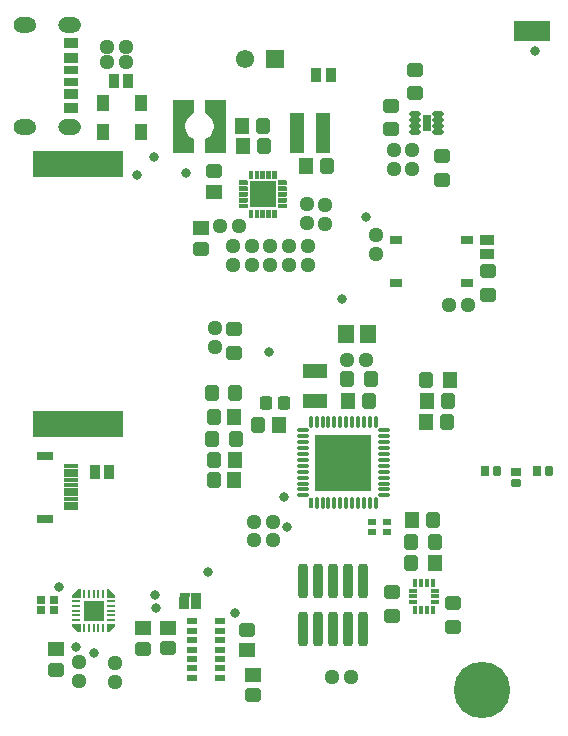
<source format=gts>
G04*
G04 #@! TF.GenerationSoftware,Altium Limited,Altium Designer,25.8.1 (18)*
G04*
G04 Layer_Color=8388736*
%FSLAX44Y44*%
%MOMM*%
G71*
G04*
G04 #@! TF.SameCoordinates,16AD229D-0A12-456A-95A7-24712EE817D5*
G04*
G04*
G04 #@! TF.FilePolarity,Negative*
G04*
G01*
G75*
%ADD19R,3.0480X1.7780*%
%ADD22R,0.7112X0.2032*%
%ADD23R,0.2032X0.7112*%
%ADD24R,1.7018X1.7018*%
%ADD40R,0.6858X0.5842*%
%ADD51R,1.0000X0.7000*%
%ADD56R,1.4549X1.5562*%
G04:AMPARAMS|DCode=62|XSize=0.8432mm|YSize=0.7032mm|CornerRadius=0.2266mm|HoleSize=0mm|Usage=FLASHONLY|Rotation=0.000|XOffset=0mm|YOffset=0mm|HoleType=Round|Shape=RoundedRectangle|*
%AMROUNDEDRECTD62*
21,1,0.8432,0.2500,0,0,0.0*
21,1,0.3900,0.7032,0,0,0.0*
1,1,0.4532,0.1950,-0.1250*
1,1,0.4532,-0.1950,-0.1250*
1,1,0.4532,-0.1950,0.1250*
1,1,0.4532,0.1950,0.1250*
%
%ADD62ROUNDEDRECTD62*%
%ADD63R,0.8432X0.7032*%
%ADD64C,0.8032*%
G04:AMPARAMS|DCode=65|XSize=1.4032mm|YSize=1.2032mm|CornerRadius=0.3516mm|HoleSize=0mm|Usage=FLASHONLY|Rotation=180.000|XOffset=0mm|YOffset=0mm|HoleType=Round|Shape=RoundedRectangle|*
%AMROUNDEDRECTD65*
21,1,1.4032,0.5000,0,0,180.0*
21,1,0.7000,1.2032,0,0,180.0*
1,1,0.7032,-0.3500,0.2500*
1,1,0.7032,0.3500,0.2500*
1,1,0.7032,0.3500,-0.2500*
1,1,0.7032,-0.3500,-0.2500*
%
%ADD65ROUNDEDRECTD65*%
%ADD66R,1.4032X1.2032*%
G04:AMPARAMS|DCode=67|XSize=1.1032mm|YSize=1.1032mm|CornerRadius=0.3266mm|HoleSize=0mm|Usage=FLASHONLY|Rotation=0.000|XOffset=0mm|YOffset=0mm|HoleType=Round|Shape=RoundedRectangle|*
%AMROUNDEDRECTD67*
21,1,1.1032,0.4500,0,0,0.0*
21,1,0.4500,1.1032,0,0,0.0*
1,1,0.6532,0.2250,-0.2250*
1,1,0.6532,-0.2250,-0.2250*
1,1,0.6532,-0.2250,0.2250*
1,1,0.6532,0.2250,0.2250*
%
%ADD67ROUNDEDRECTD67*%
%ADD68R,0.9532X0.5532*%
%ADD69R,0.9732X0.3932*%
G04:AMPARAMS|DCode=70|XSize=0.9632mm|YSize=0.4732mm|CornerRadius=0.1691mm|HoleSize=0mm|Usage=FLASHONLY|Rotation=0.000|XOffset=0mm|YOffset=0mm|HoleType=Round|Shape=RoundedRectangle|*
%AMROUNDEDRECTD70*
21,1,0.9632,0.1350,0,0,0.0*
21,1,0.6250,0.4732,0,0,0.0*
1,1,0.3382,0.3125,-0.0675*
1,1,0.3382,-0.3125,-0.0675*
1,1,0.3382,-0.3125,0.0675*
1,1,0.3382,0.3125,0.0675*
%
%ADD70ROUNDEDRECTD70*%
%ADD71R,0.8032X0.7032*%
%ADD72R,0.9132X0.3932*%
G04:AMPARAMS|DCode=73|XSize=0.36mm|YSize=0.96mm|CornerRadius=0.115mm|HoleSize=0mm|Usage=FLASHONLY|Rotation=180.000|XOffset=0mm|YOffset=0mm|HoleType=Round|Shape=RoundedRectangle|*
%AMROUNDEDRECTD73*
21,1,0.3600,0.7300,0,0,180.0*
21,1,0.1300,0.9600,0,0,180.0*
1,1,0.2300,-0.0650,0.3650*
1,1,0.2300,0.0650,0.3650*
1,1,0.2300,0.0650,-0.3650*
1,1,0.2300,-0.0650,-0.3650*
%
%ADD73ROUNDEDRECTD73*%
%ADD74R,1.2032X0.8282*%
G04:AMPARAMS|DCode=75|XSize=1.1032mm|YSize=1.1032mm|CornerRadius=0.3266mm|HoleSize=0mm|Usage=FLASHONLY|Rotation=270.000|XOffset=0mm|YOffset=0mm|HoleType=Round|Shape=RoundedRectangle|*
%AMROUNDEDRECTD75*
21,1,1.1032,0.4500,0,0,270.0*
21,1,0.4500,1.1032,0,0,270.0*
1,1,0.6532,-0.2250,-0.2250*
1,1,0.6532,-0.2250,0.2250*
1,1,0.6532,0.2250,0.2250*
1,1,0.6532,0.2250,-0.2250*
%
%ADD75ROUNDEDRECTD75*%
%ADD76R,0.8032X1.4032*%
G04:AMPARAMS|DCode=77|XSize=1.4032mm|YSize=1.2032mm|CornerRadius=0.3516mm|HoleSize=0mm|Usage=FLASHONLY|Rotation=90.000|XOffset=0mm|YOffset=0mm|HoleType=Round|Shape=RoundedRectangle|*
%AMROUNDEDRECTD77*
21,1,1.4032,0.5000,0,0,90.0*
21,1,0.7000,1.2032,0,0,90.0*
1,1,0.7032,0.2500,0.3500*
1,1,0.7032,0.2500,-0.3500*
1,1,0.7032,-0.2500,-0.3500*
1,1,0.7032,-0.2500,0.3500*
%
%ADD77ROUNDEDRECTD77*%
G04:AMPARAMS|DCode=78|XSize=0.36mm|YSize=0.96mm|CornerRadius=0.115mm|HoleSize=0mm|Usage=FLASHONLY|Rotation=90.000|XOffset=0mm|YOffset=0mm|HoleType=Round|Shape=RoundedRectangle|*
%AMROUNDEDRECTD78*
21,1,0.3600,0.7300,0,0,90.0*
21,1,0.1300,0.9600,0,0,90.0*
1,1,0.2300,0.3650,0.0650*
1,1,0.2300,0.3650,-0.0650*
1,1,0.2300,-0.3650,-0.0650*
1,1,0.2300,-0.3650,0.0650*
%
%ADD78ROUNDEDRECTD78*%
%ADD79R,0.4532X0.6782*%
%ADD80R,0.6782X0.4532*%
%ADD81R,0.8282X1.2032*%
%ADD82R,1.2032X1.4032*%
%ADD83R,2.1900X2.1900*%
G04:AMPARAMS|DCode=84|XSize=1.0732mm|YSize=1.1332mm|CornerRadius=0.2104mm|HoleSize=0mm|Usage=FLASHONLY|Rotation=0.000|XOffset=0mm|YOffset=0mm|HoleType=Round|Shape=RoundedRectangle|*
%AMROUNDEDRECTD84*
21,1,1.0732,0.7125,0,0,0.0*
21,1,0.6525,1.1332,0,0,0.0*
1,1,0.4207,0.3263,-0.3563*
1,1,0.4207,-0.3263,-0.3563*
1,1,0.4207,-0.3263,0.3563*
1,1,0.4207,0.3263,0.3563*
%
%ADD84ROUNDEDRECTD84*%
%ADD85R,1.3016X0.9016*%
%ADD86R,7.6032X2.2032*%
%ADD87R,4.8000X4.8000*%
G04:AMPARAMS|DCode=88|XSize=2.8956mm|YSize=0.8382mm|CornerRadius=0.235mm|HoleSize=0mm|Usage=FLASHONLY|Rotation=270.000|XOffset=0mm|YOffset=0mm|HoleType=Round|Shape=RoundedRectangle|*
%AMROUNDEDRECTD88*
21,1,2.8956,0.3683,0,0,270.0*
21,1,2.4257,0.8382,0,0,270.0*
1,1,0.4699,-0.1842,-1.2129*
1,1,0.4699,-0.1842,1.2129*
1,1,0.4699,0.1842,1.2129*
1,1,0.4699,0.1842,-1.2129*
%
%ADD88ROUNDEDRECTD88*%
%ADD89R,1.2032X0.4332*%
%ADD90R,1.1132X1.4232*%
G04:AMPARAMS|DCode=91|XSize=0.8432mm|YSize=0.6732mm|CornerRadius=0.2191mm|HoleSize=0mm|Usage=FLASHONLY|Rotation=90.000|XOffset=0mm|YOffset=0mm|HoleType=Round|Shape=RoundedRectangle|*
%AMROUNDEDRECTD91*
21,1,0.8432,0.2350,0,0,90.0*
21,1,0.4050,0.6732,0,0,90.0*
1,1,0.4382,0.1175,0.2025*
1,1,0.4382,0.1175,-0.2025*
1,1,0.4382,-0.1175,-0.2025*
1,1,0.4382,-0.1175,0.2025*
%
%ADD91ROUNDEDRECTD91*%
%ADD92R,0.6732X0.8432*%
%ADD93R,2.1032X1.3032*%
%ADD94R,0.3600X0.9600*%
%ADD95R,1.2032X3.4032*%
%ADD96R,1.4032X0.6432*%
%ADD97R,1.3016X0.8616*%
%ADD98R,1.3016X0.8016*%
%ADD99C,4.7752*%
%ADD100C,1.5500*%
%ADD101R,1.5500X1.5500*%
%ADD102C,0.8382*%
G36*
X63820Y598330D02*
X64160Y598300D01*
X64500Y598260D01*
X64830Y598200D01*
X65160Y598120D01*
X65490Y598020D01*
X65810Y597910D01*
X66120Y597780D01*
X66430Y597630D01*
X66730Y597470D01*
X67020Y597290D01*
X67300Y597100D01*
X67570Y596890D01*
X67830Y596670D01*
X68080Y596440D01*
X68310Y596190D01*
X68530Y595930D01*
X68740Y595660D01*
X68930Y595380D01*
X69110Y595090D01*
X69270Y594790D01*
X69420Y594480D01*
X69550Y594170D01*
X69660Y593850D01*
X69760Y593520D01*
X69840Y593190D01*
X69900Y592860D01*
X69940Y592520D01*
X69970Y592180D01*
X69980Y591840D01*
X69970Y591500D01*
X69940Y591160D01*
X69900Y590820D01*
X69840Y590490D01*
X69760Y590160D01*
X69660Y589830D01*
X69550Y589510D01*
X69420Y589200D01*
X69270Y588890D01*
X69110Y588590D01*
X68930Y588300D01*
X68740Y588020D01*
X68530Y587750D01*
X68310Y587490D01*
X68080Y587240D01*
X67830Y587010D01*
X67570Y586790D01*
X67300Y586580D01*
X67020Y586390D01*
X66730Y586210D01*
X66430Y586050D01*
X66120Y585900D01*
X65810Y585770D01*
X65490Y585660D01*
X65160Y585560D01*
X64830Y585480D01*
X64500Y585420D01*
X64160Y585380D01*
X63820Y585350D01*
X63480Y585340D01*
X57480D01*
X57140Y585350D01*
X56800Y585380D01*
X56460Y585420D01*
X56130Y585480D01*
X55800Y585560D01*
X55470Y585660D01*
X55150Y585770D01*
X54840Y585900D01*
X54530Y586050D01*
X54230Y586210D01*
X53940Y586390D01*
X53660Y586580D01*
X53390Y586790D01*
X53130Y587010D01*
X52880Y587240D01*
X52650Y587490D01*
X52430Y587750D01*
X52220Y588020D01*
X52030Y588300D01*
X51850Y588590D01*
X51690Y588890D01*
X51540Y589200D01*
X51410Y589510D01*
X51300Y589830D01*
X51200Y590160D01*
X51120Y590490D01*
X51060Y590820D01*
X51020Y591160D01*
X50990Y591500D01*
X50980Y591840D01*
X50990Y592180D01*
X51020Y592520D01*
X51060Y592860D01*
X51120Y593190D01*
X51200Y593520D01*
X51300Y593850D01*
X51410Y594170D01*
X51540Y594480D01*
X51690Y594790D01*
X51850Y595090D01*
X52030Y595380D01*
X52220Y595660D01*
X52430Y595930D01*
X52650Y596190D01*
X52880Y596440D01*
X53130Y596670D01*
X53390Y596890D01*
X53660Y597100D01*
X53940Y597290D01*
X54230Y597470D01*
X54530Y597630D01*
X54840Y597780D01*
X55150Y597910D01*
X55470Y598020D01*
X55800Y598120D01*
X56130Y598200D01*
X56460Y598260D01*
X56800Y598300D01*
X57140Y598330D01*
X57480Y598340D01*
X63480D01*
X63820Y598330D01*
D02*
G37*
G36*
X25820D02*
X26160Y598300D01*
X26500Y598260D01*
X26830Y598200D01*
X27160Y598120D01*
X27490Y598020D01*
X27810Y597910D01*
X28120Y597780D01*
X28430Y597630D01*
X28730Y597470D01*
X29020Y597290D01*
X29300Y597100D01*
X29570Y596890D01*
X29830Y596670D01*
X30080Y596440D01*
X30310Y596190D01*
X30530Y595930D01*
X30740Y595660D01*
X30930Y595380D01*
X31110Y595090D01*
X31270Y594790D01*
X31420Y594480D01*
X31550Y594170D01*
X31660Y593850D01*
X31760Y593520D01*
X31840Y593190D01*
X31900Y592860D01*
X31940Y592520D01*
X31970Y592180D01*
X31980Y591840D01*
X31970Y591500D01*
X31940Y591160D01*
X31900Y590820D01*
X31840Y590490D01*
X31760Y590160D01*
X31660Y589830D01*
X31550Y589510D01*
X31420Y589200D01*
X31270Y588890D01*
X31110Y588590D01*
X30930Y588300D01*
X30740Y588020D01*
X30530Y587750D01*
X30310Y587490D01*
X30080Y587240D01*
X29830Y587010D01*
X29570Y586790D01*
X29300Y586580D01*
X29020Y586390D01*
X28730Y586210D01*
X28430Y586050D01*
X28120Y585900D01*
X27810Y585770D01*
X27490Y585660D01*
X27160Y585560D01*
X26830Y585480D01*
X26500Y585420D01*
X26160Y585380D01*
X25820Y585350D01*
X25480Y585340D01*
X19480D01*
X19140Y585350D01*
X18800Y585380D01*
X18460Y585420D01*
X18130Y585480D01*
X17800Y585560D01*
X17470Y585660D01*
X17150Y585770D01*
X16840Y585900D01*
X16530Y586050D01*
X16230Y586210D01*
X15940Y586390D01*
X15660Y586580D01*
X15390Y586790D01*
X15130Y587010D01*
X14880Y587240D01*
X14650Y587490D01*
X14430Y587750D01*
X14220Y588020D01*
X14030Y588300D01*
X13850Y588590D01*
X13690Y588890D01*
X13540Y589200D01*
X13410Y589510D01*
X13300Y589830D01*
X13200Y590160D01*
X13120Y590490D01*
X13060Y590820D01*
X13020Y591160D01*
X12990Y591500D01*
X12980Y591840D01*
X12990Y592180D01*
X13020Y592520D01*
X13060Y592860D01*
X13120Y593190D01*
X13200Y593520D01*
X13300Y593850D01*
X13410Y594170D01*
X13540Y594480D01*
X13690Y594790D01*
X13850Y595090D01*
X14030Y595380D01*
X14220Y595660D01*
X14430Y595930D01*
X14650Y596190D01*
X14880Y596440D01*
X15130Y596670D01*
X15390Y596890D01*
X15660Y597100D01*
X15940Y597290D01*
X16230Y597470D01*
X16530Y597630D01*
X16840Y597780D01*
X17150Y597910D01*
X17470Y598020D01*
X17800Y598120D01*
X18130Y598200D01*
X18460Y598260D01*
X18800Y598300D01*
X19140Y598330D01*
X19480Y598340D01*
X25480D01*
X25820Y598330D01*
D02*
G37*
G36*
X63820Y511930D02*
X64160Y511900D01*
X64500Y511860D01*
X64830Y511800D01*
X65160Y511720D01*
X65490Y511620D01*
X65810Y511510D01*
X66120Y511380D01*
X66430Y511230D01*
X66730Y511070D01*
X67020Y510890D01*
X67300Y510700D01*
X67570Y510490D01*
X67830Y510270D01*
X68080Y510040D01*
X68310Y509790D01*
X68530Y509530D01*
X68740Y509260D01*
X68930Y508980D01*
X69110Y508690D01*
X69270Y508390D01*
X69420Y508080D01*
X69550Y507770D01*
X69660Y507450D01*
X69760Y507120D01*
X69840Y506790D01*
X69900Y506460D01*
X69940Y506120D01*
X69970Y505780D01*
X69980Y505440D01*
X69970Y505100D01*
X69940Y504760D01*
X69900Y504420D01*
X69840Y504090D01*
X69760Y503760D01*
X69660Y503430D01*
X69550Y503110D01*
X69420Y502800D01*
X69270Y502490D01*
X69110Y502190D01*
X68930Y501900D01*
X68740Y501620D01*
X68530Y501350D01*
X68310Y501090D01*
X68080Y500840D01*
X67830Y500610D01*
X67570Y500390D01*
X67300Y500180D01*
X67020Y499990D01*
X66730Y499810D01*
X66430Y499650D01*
X66120Y499500D01*
X65810Y499370D01*
X65490Y499260D01*
X65160Y499160D01*
X64830Y499080D01*
X64500Y499020D01*
X64160Y498980D01*
X63820Y498950D01*
X63480Y498940D01*
X57480D01*
X57140Y498950D01*
X56800Y498980D01*
X56460Y499020D01*
X56130Y499080D01*
X55800Y499160D01*
X55470Y499260D01*
X55150Y499370D01*
X54840Y499500D01*
X54530Y499650D01*
X54230Y499810D01*
X53940Y499990D01*
X53660Y500180D01*
X53390Y500390D01*
X53130Y500610D01*
X52880Y500840D01*
X52650Y501090D01*
X52430Y501350D01*
X52220Y501620D01*
X52030Y501900D01*
X51850Y502190D01*
X51690Y502490D01*
X51540Y502800D01*
X51410Y503110D01*
X51300Y503430D01*
X51200Y503760D01*
X51120Y504090D01*
X51060Y504420D01*
X51020Y504760D01*
X50990Y505100D01*
X50980Y505440D01*
X50990Y505780D01*
X51020Y506120D01*
X51060Y506460D01*
X51120Y506790D01*
X51200Y507120D01*
X51300Y507450D01*
X51410Y507770D01*
X51540Y508080D01*
X51690Y508390D01*
X51850Y508690D01*
X52030Y508980D01*
X52220Y509260D01*
X52430Y509530D01*
X52650Y509790D01*
X52880Y510040D01*
X53130Y510270D01*
X53390Y510490D01*
X53660Y510700D01*
X53940Y510890D01*
X54230Y511070D01*
X54530Y511230D01*
X54840Y511380D01*
X55150Y511510D01*
X55470Y511620D01*
X55800Y511720D01*
X56130Y511800D01*
X56460Y511860D01*
X56800Y511900D01*
X57140Y511930D01*
X57480Y511940D01*
X63480D01*
X63820Y511930D01*
D02*
G37*
G36*
X25820D02*
X26160Y511900D01*
X26500Y511860D01*
X26830Y511800D01*
X27160Y511720D01*
X27490Y511620D01*
X27810Y511510D01*
X28120Y511380D01*
X28430Y511230D01*
X28730Y511070D01*
X29020Y510890D01*
X29300Y510700D01*
X29570Y510490D01*
X29830Y510270D01*
X30080Y510040D01*
X30310Y509790D01*
X30530Y509530D01*
X30740Y509260D01*
X30930Y508980D01*
X31110Y508690D01*
X31270Y508390D01*
X31420Y508080D01*
X31550Y507770D01*
X31660Y507450D01*
X31760Y507120D01*
X31840Y506790D01*
X31900Y506460D01*
X31940Y506120D01*
X31970Y505780D01*
X31980Y505440D01*
X31970Y505100D01*
X31940Y504760D01*
X31900Y504420D01*
X31840Y504090D01*
X31760Y503760D01*
X31660Y503430D01*
X31550Y503110D01*
X31420Y502800D01*
X31270Y502490D01*
X31110Y502190D01*
X30930Y501900D01*
X30740Y501620D01*
X30530Y501350D01*
X30310Y501090D01*
X30080Y500840D01*
X29830Y500610D01*
X29570Y500390D01*
X29300Y500180D01*
X29020Y499990D01*
X28730Y499810D01*
X28430Y499650D01*
X28120Y499500D01*
X27810Y499370D01*
X27490Y499260D01*
X27160Y499160D01*
X26830Y499080D01*
X26500Y499020D01*
X26160Y498980D01*
X25820Y498950D01*
X25480Y498940D01*
X19480D01*
X19140Y498950D01*
X18800Y498980D01*
X18460Y499020D01*
X18130Y499080D01*
X17800Y499160D01*
X17470Y499260D01*
X17150Y499370D01*
X16840Y499500D01*
X16530Y499650D01*
X16230Y499810D01*
X15940Y499990D01*
X15660Y500180D01*
X15390Y500390D01*
X15130Y500610D01*
X14880Y500840D01*
X14650Y501090D01*
X14430Y501350D01*
X14220Y501620D01*
X14030Y501900D01*
X13850Y502190D01*
X13690Y502490D01*
X13540Y502800D01*
X13410Y503110D01*
X13300Y503430D01*
X13200Y503760D01*
X13120Y504090D01*
X13060Y504420D01*
X13020Y504760D01*
X12990Y505100D01*
X12980Y505440D01*
X12990Y505780D01*
X13020Y506120D01*
X13060Y506460D01*
X13120Y506790D01*
X13200Y507120D01*
X13300Y507450D01*
X13410Y507770D01*
X13540Y508080D01*
X13690Y508390D01*
X13850Y508690D01*
X14030Y508980D01*
X14220Y509260D01*
X14430Y509530D01*
X14650Y509790D01*
X14880Y510040D01*
X15130Y510270D01*
X15390Y510490D01*
X15660Y510700D01*
X15940Y510890D01*
X16230Y511070D01*
X16530Y511230D01*
X16840Y511380D01*
X17150Y511510D01*
X17470Y511620D01*
X17800Y511720D01*
X18130Y511800D01*
X18460Y511860D01*
X18800Y511900D01*
X19140Y511930D01*
X19480Y511940D01*
X25480D01*
X25820Y511930D01*
D02*
G37*
G36*
X192111Y528555D02*
X192242Y528530D01*
X192368Y528487D01*
X192487Y528428D01*
X192598Y528354D01*
X192698Y528266D01*
X192786Y528166D01*
X192860Y528055D01*
X192919Y527936D01*
X192962Y527810D01*
X192987Y527679D01*
X192996Y527546D01*
Y484546D01*
X192987Y484413D01*
X192962Y484282D01*
X192919Y484156D01*
X192860Y484037D01*
X192786Y483926D01*
X192698Y483826D01*
X192598Y483738D01*
X192487Y483664D01*
X192368Y483605D01*
X192242Y483563D01*
X192111Y483536D01*
X191978Y483528D01*
X175978D01*
X175845Y483536D01*
X175714Y483563D01*
X175588Y483605D01*
X175469Y483664D01*
X175358Y483738D01*
X175258Y483826D01*
X175170Y483926D01*
X175096Y484037D01*
X175037Y484156D01*
X174995Y484282D01*
X174968Y484413D01*
X174960Y484546D01*
Y494221D01*
X174957Y494256D01*
X174959Y494281D01*
X174958Y494306D01*
X174962Y494347D01*
X174965Y494389D01*
X174969Y494413D01*
X174972Y494439D01*
X174982Y494479D01*
X174989Y494520D01*
X174997Y494544D01*
X175003Y494568D01*
X175018Y494606D01*
X175031Y494646D01*
X175042Y494669D01*
X175051Y494692D01*
X175071Y494729D01*
X175089Y494766D01*
X175103Y494787D01*
X175114Y494809D01*
X175139Y494843D01*
X175162Y494878D01*
X175178Y494897D01*
X175193Y494917D01*
X175222Y494947D01*
X175249Y494979D01*
X175267Y494995D01*
X175285Y495014D01*
X175317Y495039D01*
X175348Y495067D01*
X175369Y495082D01*
X175388Y495097D01*
X175423Y495119D01*
X175458Y495142D01*
X175480Y495154D01*
X175502Y495167D01*
X176525Y495704D01*
X178377Y497042D01*
X179928Y498687D01*
X181142Y500593D01*
X181977Y502694D01*
X182402Y504914D01*
X182402Y507175D01*
X181978Y509395D01*
X181144Y511496D01*
X179930Y513403D01*
X178379Y515047D01*
X176528Y516386D01*
X175548Y516901D01*
X175544Y516903D01*
X175523Y516914D01*
X175505Y516924D01*
X175501Y516926D01*
X175469Y516942D01*
X175449Y516955D01*
X175427Y516967D01*
X175396Y516991D01*
X175391Y516993D01*
X175388Y516996D01*
X175358Y517016D01*
X175340Y517032D01*
X175320Y517047D01*
X175292Y517074D01*
X175288Y517077D01*
X175285Y517080D01*
X175258Y517104D01*
X175242Y517122D01*
X175224Y517139D01*
X175201Y517169D01*
X175196Y517174D01*
X175193Y517178D01*
X175170Y517204D01*
X175157Y517224D01*
X175141Y517243D01*
X175122Y517275D01*
X175118Y517281D01*
X175115Y517287D01*
X175096Y517314D01*
X175085Y517337D01*
X175073Y517357D01*
X175058Y517390D01*
X175054Y517398D01*
X175051Y517405D01*
X175037Y517434D01*
X175030Y517457D01*
X175020Y517480D01*
X175010Y517513D01*
X175006Y517523D01*
X175004Y517531D01*
X174995Y517560D01*
X174990Y517584D01*
X174983Y517608D01*
X174978Y517640D01*
X174975Y517652D01*
X174974Y517663D01*
X174968Y517691D01*
X174967Y517715D01*
X174963Y517739D01*
X174963Y517770D01*
X174961Y517785D01*
X174962Y517797D01*
X174960Y517824D01*
Y527546D01*
X174968Y527679D01*
X174995Y527810D01*
X175037Y527936D01*
X175096Y528055D01*
X175170Y528166D01*
X175258Y528266D01*
X175358Y528354D01*
X175469Y528428D01*
X175588Y528487D01*
X175714Y528530D01*
X175845Y528555D01*
X175978Y528564D01*
X191978D01*
X192111Y528555D01*
D02*
G37*
G36*
X165111D02*
X165242Y528530D01*
X165368Y528487D01*
X165487Y528428D01*
X165598Y528354D01*
X165698Y528266D01*
X165786Y528166D01*
X165860Y528055D01*
X165919Y527936D01*
X165961Y527810D01*
X165987Y527679D01*
X165996Y527546D01*
Y517866D01*
X165999Y517826D01*
X165998Y517806D01*
X165998Y517786D01*
X165993Y517740D01*
X165990Y517694D01*
X165986Y517674D01*
X165984Y517654D01*
X165973Y517608D01*
X165964Y517563D01*
X165958Y517544D01*
X165953Y517524D01*
X165936Y517481D01*
X165921Y517437D01*
X165912Y517419D01*
X165905Y517400D01*
X165883Y517359D01*
X165862Y517317D01*
X165851Y517300D01*
X165842Y517283D01*
X165814Y517245D01*
X165788Y517207D01*
X165775Y517192D01*
X165763Y517175D01*
X165731Y517141D01*
X165701Y517107D01*
X165685Y517093D01*
X165671Y517079D01*
X165636Y517049D01*
X165600Y517019D01*
X165583Y517007D01*
X165568Y516995D01*
X165528Y516970D01*
X165490Y516945D01*
X165472Y516936D01*
X165454Y516925D01*
X164431Y516387D01*
X162579Y515050D01*
X161028Y513405D01*
X159814Y511499D01*
X158979Y509398D01*
X158554Y507178D01*
X158554Y504917D01*
X158978Y502697D01*
X159812Y500596D01*
X161026Y498689D01*
X162577Y497045D01*
X164428Y495706D01*
X165408Y495191D01*
X165412Y495189D01*
X165435Y495177D01*
X165451Y495168D01*
X165454Y495166D01*
X165487Y495150D01*
X165507Y495137D01*
X165529Y495125D01*
X165561Y495101D01*
X165565Y495099D01*
X165568Y495096D01*
X165598Y495076D01*
X165616Y495060D01*
X165636Y495046D01*
X165664Y495018D01*
X165668Y495015D01*
X165671Y495012D01*
X165698Y494988D01*
X165714Y494970D01*
X165732Y494953D01*
X165756Y494923D01*
X165760Y494918D01*
X165763Y494915D01*
X165786Y494888D01*
X165799Y494868D01*
X165815Y494849D01*
X165834Y494817D01*
X165838Y494810D01*
X165841Y494805D01*
X165860Y494777D01*
X165871Y494756D01*
X165883Y494735D01*
X165898Y494701D01*
X165902Y494693D01*
X165904Y494687D01*
X165919Y494658D01*
X165927Y494635D01*
X165936Y494613D01*
X165946Y494579D01*
X165950Y494569D01*
X165952Y494561D01*
X165961Y494532D01*
X165966Y494508D01*
X165973Y494484D01*
X165978Y494452D01*
X165981Y494440D01*
X165982Y494430D01*
X165987Y494401D01*
X165989Y494377D01*
X165993Y494353D01*
X165993Y494321D01*
X165995Y494307D01*
X165994Y494296D01*
X165996Y494268D01*
Y484546D01*
X165987Y484413D01*
X165961Y484282D01*
X165919Y484156D01*
X165860Y484037D01*
X165786Y483926D01*
X165698Y483826D01*
X165598Y483738D01*
X165487Y483664D01*
X165368Y483605D01*
X165242Y483563D01*
X165111Y483536D01*
X164978Y483528D01*
X148978D01*
X148845Y483536D01*
X148715Y483563D01*
X148588Y483605D01*
X148469Y483664D01*
X148358Y483738D01*
X148258Y483826D01*
X148170Y483926D01*
X148096Y484037D01*
X148037Y484156D01*
X147994Y484282D01*
X147969Y484413D01*
X147960Y484546D01*
Y527546D01*
X147969Y527679D01*
X147994Y527810D01*
X148037Y527936D01*
X148096Y528055D01*
X148170Y528166D01*
X148258Y528266D01*
X148358Y528354D01*
X148469Y528428D01*
X148588Y528487D01*
X148715Y528530D01*
X148845Y528555D01*
X148978Y528564D01*
X164978D01*
X165111Y528555D01*
D02*
G37*
G36*
X235458Y468486D02*
X235478D01*
X235508Y468476D01*
X235528D01*
X235558Y468466D01*
X235578Y468456D01*
X235608Y468446D01*
X235628Y468426D01*
X235648Y468416D01*
X235668Y468396D01*
X235688Y468386D01*
X235708Y468366D01*
X235728Y468346D01*
X235748Y468326D01*
X235768Y468306D01*
X235778Y468286D01*
X235798Y468266D01*
X235808Y468246D01*
X235828Y468226D01*
X235838Y468196D01*
X235848Y468176D01*
X235858Y468146D01*
Y468126D01*
X235868Y468096D01*
Y468076D01*
X235878Y468046D01*
Y468026D01*
Y467996D01*
Y461596D01*
Y461566D01*
Y461546D01*
X235868Y461516D01*
Y461496D01*
X235858Y461466D01*
Y461446D01*
X235848Y461416D01*
X235838Y461396D01*
X235828Y461366D01*
X235808Y461346D01*
X235798Y461326D01*
X235778Y461306D01*
X235768Y461286D01*
X235748Y461266D01*
X235728Y461246D01*
X235708Y461226D01*
X235688Y461206D01*
X235668Y461196D01*
X235648Y461176D01*
X235628Y461166D01*
X235608Y461146D01*
X235578Y461136D01*
X235558Y461126D01*
X235528Y461116D01*
X235508D01*
X235478Y461106D01*
X235458D01*
X235428Y461096D01*
X232528D01*
X232498Y461106D01*
X232478D01*
X232448Y461116D01*
X232428D01*
X232398Y461126D01*
X232378Y461136D01*
X232348Y461146D01*
X232328Y461166D01*
X232308Y461176D01*
X232288Y461196D01*
X232268Y461206D01*
X232248Y461226D01*
X232228Y461246D01*
X232208Y461266D01*
X232188Y461286D01*
X232178Y461306D01*
X232158Y461326D01*
X232148Y461346D01*
X232128Y461366D01*
X232118Y461396D01*
X232108Y461416D01*
X232098Y461446D01*
Y461466D01*
X232088Y461496D01*
Y461516D01*
X232078Y461546D01*
Y461566D01*
Y461596D01*
Y467996D01*
Y468026D01*
Y468046D01*
X232088Y468076D01*
Y468096D01*
X232098Y468126D01*
Y468146D01*
X232108Y468176D01*
X232118Y468196D01*
X232128Y468226D01*
X232148Y468246D01*
X232158Y468266D01*
X232178Y468286D01*
X232188Y468306D01*
X232208Y468326D01*
X232228Y468346D01*
X232248Y468366D01*
X232268Y468386D01*
X232288Y468396D01*
X232308Y468416D01*
X232328Y468426D01*
X232348Y468446D01*
X232378Y468456D01*
X232398Y468466D01*
X232428Y468476D01*
X232448D01*
X232478Y468486D01*
X232498D01*
X232528Y468496D01*
X235428D01*
X235458Y468486D01*
D02*
G37*
G36*
X230458D02*
X230478D01*
X230508Y468476D01*
X230528D01*
X230558Y468466D01*
X230578Y468456D01*
X230608Y468446D01*
X230628Y468426D01*
X230648Y468416D01*
X230668Y468396D01*
X230688Y468386D01*
X230708Y468366D01*
X230728Y468346D01*
X230748Y468326D01*
X230768Y468306D01*
X230778Y468286D01*
X230798Y468266D01*
X230808Y468246D01*
X230828Y468226D01*
X230838Y468196D01*
X230848Y468176D01*
X230858Y468146D01*
Y468126D01*
X230868Y468096D01*
Y468076D01*
X230878Y468046D01*
Y468026D01*
Y467996D01*
Y461596D01*
Y461566D01*
Y461546D01*
X230868Y461516D01*
Y461496D01*
X230858Y461466D01*
Y461446D01*
X230848Y461416D01*
X230838Y461396D01*
X230828Y461366D01*
X230808Y461346D01*
X230798Y461326D01*
X230778Y461306D01*
X230768Y461286D01*
X230748Y461266D01*
X230728Y461246D01*
X230708Y461226D01*
X230688Y461206D01*
X230668Y461196D01*
X230648Y461176D01*
X230628Y461166D01*
X230608Y461146D01*
X230578Y461136D01*
X230558Y461126D01*
X230528Y461116D01*
X230508D01*
X230478Y461106D01*
X230458D01*
X230428Y461096D01*
X227528D01*
X227498Y461106D01*
X227478D01*
X227448Y461116D01*
X227428D01*
X227398Y461126D01*
X227378Y461136D01*
X227348Y461146D01*
X227328Y461166D01*
X227308Y461176D01*
X227288Y461196D01*
X227268Y461206D01*
X227248Y461226D01*
X227228Y461246D01*
X227208Y461266D01*
X227188Y461286D01*
X227178Y461306D01*
X227158Y461326D01*
X227148Y461346D01*
X227128Y461366D01*
X227118Y461396D01*
X227108Y461416D01*
X227098Y461446D01*
Y461466D01*
X227088Y461496D01*
Y461516D01*
X227078Y461546D01*
Y461566D01*
Y461596D01*
Y467996D01*
Y468026D01*
Y468046D01*
X227088Y468076D01*
Y468096D01*
X227098Y468126D01*
Y468146D01*
X227108Y468176D01*
X227118Y468196D01*
X227128Y468226D01*
X227148Y468246D01*
X227158Y468266D01*
X227178Y468286D01*
X227188Y468306D01*
X227208Y468326D01*
X227228Y468346D01*
X227248Y468366D01*
X227268Y468386D01*
X227288Y468396D01*
X227308Y468416D01*
X227328Y468426D01*
X227348Y468446D01*
X227378Y468456D01*
X227398Y468466D01*
X227428Y468476D01*
X227448D01*
X227478Y468486D01*
X227498D01*
X227528Y468496D01*
X230428D01*
X230458Y468486D01*
D02*
G37*
G36*
X225458D02*
X225478D01*
X225508Y468476D01*
X225528D01*
X225558Y468466D01*
X225578Y468456D01*
X225608Y468446D01*
X225628Y468426D01*
X225648Y468416D01*
X225668Y468396D01*
X225688Y468386D01*
X225708Y468366D01*
X225728Y468346D01*
X225748Y468326D01*
X225768Y468306D01*
X225778Y468286D01*
X225798Y468266D01*
X225808Y468246D01*
X225828Y468226D01*
X225838Y468196D01*
X225848Y468176D01*
X225858Y468146D01*
Y468126D01*
X225868Y468096D01*
Y468076D01*
X225878Y468046D01*
Y468026D01*
Y467996D01*
Y461596D01*
Y461566D01*
Y461546D01*
X225868Y461516D01*
Y461496D01*
X225858Y461466D01*
Y461446D01*
X225848Y461416D01*
X225838Y461396D01*
X225828Y461366D01*
X225808Y461346D01*
X225798Y461326D01*
X225778Y461306D01*
X225768Y461286D01*
X225748Y461266D01*
X225728Y461246D01*
X225708Y461226D01*
X225688Y461206D01*
X225668Y461196D01*
X225648Y461176D01*
X225628Y461166D01*
X225608Y461146D01*
X225578Y461136D01*
X225558Y461126D01*
X225528Y461116D01*
X225508D01*
X225478Y461106D01*
X225458D01*
X225428Y461096D01*
X222528D01*
X222498Y461106D01*
X222478D01*
X222448Y461116D01*
X222428D01*
X222398Y461126D01*
X222378Y461136D01*
X222348Y461146D01*
X222328Y461166D01*
X222308Y461176D01*
X222288Y461196D01*
X222268Y461206D01*
X222248Y461226D01*
X222228Y461246D01*
X222208Y461266D01*
X222188Y461286D01*
X222178Y461306D01*
X222158Y461326D01*
X222148Y461346D01*
X222128Y461366D01*
X222118Y461396D01*
X222108Y461416D01*
X222098Y461446D01*
Y461466D01*
X222088Y461496D01*
Y461516D01*
X222078Y461546D01*
Y461566D01*
Y461596D01*
Y467996D01*
Y468026D01*
Y468046D01*
X222088Y468076D01*
Y468096D01*
X222098Y468126D01*
Y468146D01*
X222108Y468176D01*
X222118Y468196D01*
X222128Y468226D01*
X222148Y468246D01*
X222158Y468266D01*
X222178Y468286D01*
X222188Y468306D01*
X222208Y468326D01*
X222228Y468346D01*
X222248Y468366D01*
X222268Y468386D01*
X222288Y468396D01*
X222308Y468416D01*
X222328Y468426D01*
X222348Y468446D01*
X222378Y468456D01*
X222398Y468466D01*
X222428Y468476D01*
X222448D01*
X222478Y468486D01*
X222498D01*
X222528Y468496D01*
X225428D01*
X225458Y468486D01*
D02*
G37*
G36*
X220458D02*
X220478D01*
X220508Y468476D01*
X220528D01*
X220558Y468466D01*
X220578Y468456D01*
X220608Y468446D01*
X220628Y468426D01*
X220648Y468416D01*
X220668Y468396D01*
X220688Y468386D01*
X220708Y468366D01*
X220728Y468346D01*
X220748Y468326D01*
X220768Y468306D01*
X220778Y468286D01*
X220798Y468266D01*
X220808Y468246D01*
X220828Y468226D01*
X220838Y468196D01*
X220848Y468176D01*
X220858Y468146D01*
Y468126D01*
X220868Y468096D01*
Y468076D01*
X220878Y468046D01*
Y468026D01*
Y467996D01*
Y461596D01*
Y461566D01*
Y461546D01*
X220868Y461516D01*
Y461496D01*
X220858Y461466D01*
Y461446D01*
X220848Y461416D01*
X220838Y461396D01*
X220828Y461366D01*
X220808Y461346D01*
X220798Y461326D01*
X220778Y461306D01*
X220768Y461286D01*
X220748Y461266D01*
X220728Y461246D01*
X220708Y461226D01*
X220688Y461206D01*
X220668Y461196D01*
X220648Y461176D01*
X220628Y461166D01*
X220608Y461146D01*
X220578Y461136D01*
X220558Y461126D01*
X220528Y461116D01*
X220508D01*
X220478Y461106D01*
X220458D01*
X220428Y461096D01*
X217528D01*
X217498Y461106D01*
X217478D01*
X217448Y461116D01*
X217428D01*
X217398Y461126D01*
X217378Y461136D01*
X217348Y461146D01*
X217328Y461166D01*
X217308Y461176D01*
X217288Y461196D01*
X217268Y461206D01*
X217248Y461226D01*
X217228Y461246D01*
X217208Y461266D01*
X217188Y461286D01*
X217178Y461306D01*
X217158Y461326D01*
X217148Y461346D01*
X217128Y461366D01*
X217118Y461396D01*
X217108Y461416D01*
X217098Y461446D01*
Y461466D01*
X217088Y461496D01*
Y461516D01*
X217078Y461546D01*
Y461566D01*
Y461596D01*
Y467996D01*
Y468026D01*
Y468046D01*
X217088Y468076D01*
Y468096D01*
X217098Y468126D01*
Y468146D01*
X217108Y468176D01*
X217118Y468196D01*
X217128Y468226D01*
X217148Y468246D01*
X217158Y468266D01*
X217178Y468286D01*
X217188Y468306D01*
X217208Y468326D01*
X217228Y468346D01*
X217248Y468366D01*
X217268Y468386D01*
X217288Y468396D01*
X217308Y468416D01*
X217328Y468426D01*
X217348Y468446D01*
X217378Y468456D01*
X217398Y468466D01*
X217428Y468476D01*
X217448D01*
X217478Y468486D01*
X217498D01*
X217528Y468496D01*
X220428D01*
X220458Y468486D01*
D02*
G37*
G36*
X215458D02*
X215478D01*
X215508Y468476D01*
X215528D01*
X215558Y468466D01*
X215578Y468456D01*
X215608Y468446D01*
X215628Y468426D01*
X215648Y468416D01*
X215668Y468396D01*
X215688Y468386D01*
X215708Y468366D01*
X215728Y468346D01*
X215748Y468326D01*
X215768Y468306D01*
X215778Y468286D01*
X215798Y468266D01*
X215808Y468246D01*
X215828Y468226D01*
X215838Y468196D01*
X215848Y468176D01*
X215858Y468146D01*
Y468126D01*
X215868Y468096D01*
Y468076D01*
X215878Y468046D01*
Y468026D01*
Y467996D01*
Y461596D01*
Y461566D01*
Y461546D01*
X215868Y461516D01*
Y461496D01*
X215858Y461466D01*
Y461446D01*
X215848Y461416D01*
X215838Y461396D01*
X215828Y461366D01*
X215808Y461346D01*
X215798Y461326D01*
X215778Y461306D01*
X215768Y461286D01*
X215748Y461266D01*
X215728Y461246D01*
X215708Y461226D01*
X215688Y461206D01*
X215668Y461196D01*
X215648Y461176D01*
X215628Y461166D01*
X215608Y461146D01*
X215578Y461136D01*
X215558Y461126D01*
X215528Y461116D01*
X215508D01*
X215478Y461106D01*
X215458D01*
X215428Y461096D01*
X212528D01*
X212498Y461106D01*
X212478D01*
X212448Y461116D01*
X212428D01*
X212398Y461126D01*
X212378Y461136D01*
X212348Y461146D01*
X212328Y461166D01*
X212308Y461176D01*
X212288Y461196D01*
X212268Y461206D01*
X212248Y461226D01*
X212228Y461246D01*
X212208Y461266D01*
X212188Y461286D01*
X212178Y461306D01*
X212158Y461326D01*
X212148Y461346D01*
X212128Y461366D01*
X212118Y461396D01*
X212108Y461416D01*
X212098Y461446D01*
Y461466D01*
X212088Y461496D01*
Y461516D01*
X212078Y461546D01*
Y461566D01*
Y461596D01*
Y467996D01*
Y468026D01*
Y468046D01*
X212088Y468076D01*
Y468096D01*
X212098Y468126D01*
Y468146D01*
X212108Y468176D01*
X212118Y468196D01*
X212128Y468226D01*
X212148Y468246D01*
X212158Y468266D01*
X212178Y468286D01*
X212188Y468306D01*
X212208Y468326D01*
X212228Y468346D01*
X212248Y468366D01*
X212268Y468386D01*
X212288Y468396D01*
X212308Y468416D01*
X212328Y468426D01*
X212348Y468446D01*
X212378Y468456D01*
X212398Y468466D01*
X212428Y468476D01*
X212448D01*
X212478Y468486D01*
X212498D01*
X212528Y468496D01*
X215428D01*
X215458Y468486D01*
D02*
G37*
G36*
X243758Y460186D02*
X243778D01*
X243808Y460176D01*
X243828D01*
X243858Y460166D01*
X243878Y460156D01*
X243908Y460146D01*
X243928Y460126D01*
X243948Y460116D01*
X243968Y460096D01*
X243988Y460086D01*
X244008Y460066D01*
X244028Y460046D01*
X244048Y460026D01*
X244068Y460006D01*
X244078Y459986D01*
X244098Y459966D01*
X244108Y459946D01*
X244128Y459926D01*
X244138Y459896D01*
X244148Y459876D01*
X244158Y459846D01*
Y459826D01*
X244168Y459796D01*
Y459776D01*
X244178Y459746D01*
Y459726D01*
Y459696D01*
Y456896D01*
Y456866D01*
Y456846D01*
X244168Y456816D01*
Y456796D01*
X244158Y456766D01*
Y456746D01*
X244148Y456716D01*
X244138Y456696D01*
X244128Y456666D01*
X244108Y456646D01*
X244098Y456626D01*
X244078Y456606D01*
X244068Y456586D01*
X244048Y456566D01*
X244028Y456546D01*
X244008Y456526D01*
X243988Y456506D01*
X243968Y456496D01*
X243948Y456476D01*
X243928Y456466D01*
X243908Y456446D01*
X243878Y456436D01*
X243858Y456426D01*
X243828Y456416D01*
X243808D01*
X243778Y456406D01*
X243758D01*
X243728Y456396D01*
X237228D01*
X237198Y456406D01*
X237178D01*
X237148Y456416D01*
X237128D01*
X237098Y456426D01*
X237078Y456436D01*
X237048Y456446D01*
X237028Y456466D01*
X237008Y456476D01*
X236988Y456496D01*
X236968Y456506D01*
X236948Y456526D01*
X236928Y456546D01*
X236908Y456566D01*
X236888Y456586D01*
X236878Y456606D01*
X236858Y456626D01*
X236848Y456646D01*
X236828Y456666D01*
X236818Y456696D01*
X236808Y456716D01*
X236798Y456746D01*
Y456766D01*
X236788Y456796D01*
Y456816D01*
X236778Y456846D01*
Y456866D01*
Y456896D01*
Y459696D01*
Y459726D01*
Y459746D01*
X236788Y459776D01*
Y459796D01*
X236798Y459826D01*
Y459846D01*
X236808Y459876D01*
X236818Y459896D01*
X236828Y459926D01*
X236848Y459946D01*
X236858Y459966D01*
X236878Y459986D01*
X236888Y460006D01*
X236908Y460026D01*
X236928Y460046D01*
X236948Y460066D01*
X236968Y460086D01*
X236988Y460096D01*
X237008Y460116D01*
X237028Y460126D01*
X237048Y460146D01*
X237078Y460156D01*
X237098Y460166D01*
X237128Y460176D01*
X237148D01*
X237178Y460186D01*
X237198D01*
X237228Y460196D01*
X243728D01*
X243758Y460186D01*
D02*
G37*
G36*
X210758D02*
X210778D01*
X210808Y460176D01*
X210828D01*
X210858Y460166D01*
X210878Y460156D01*
X210908Y460146D01*
X210928Y460126D01*
X210948Y460116D01*
X210968Y460096D01*
X210988Y460086D01*
X211008Y460066D01*
X211028Y460046D01*
X211048Y460026D01*
X211068Y460006D01*
X211078Y459986D01*
X211098Y459966D01*
X211108Y459946D01*
X211128Y459926D01*
X211138Y459896D01*
X211148Y459876D01*
X211158Y459846D01*
Y459826D01*
X211168Y459796D01*
Y459776D01*
X211178Y459746D01*
Y459726D01*
Y459696D01*
Y456896D01*
Y456866D01*
Y456846D01*
X211168Y456816D01*
Y456796D01*
X211158Y456766D01*
Y456746D01*
X211148Y456716D01*
X211138Y456696D01*
X211128Y456666D01*
X211108Y456646D01*
X211098Y456626D01*
X211078Y456606D01*
X211068Y456586D01*
X211048Y456566D01*
X211028Y456546D01*
X211008Y456526D01*
X210988Y456506D01*
X210968Y456496D01*
X210948Y456476D01*
X210928Y456466D01*
X210908Y456446D01*
X210878Y456436D01*
X210858Y456426D01*
X210828Y456416D01*
X210808D01*
X210778Y456406D01*
X210758D01*
X210728Y456396D01*
X204228D01*
X204198Y456406D01*
X204178D01*
X204148Y456416D01*
X204128D01*
X204098Y456426D01*
X204078Y456436D01*
X204048Y456446D01*
X204028Y456466D01*
X204008Y456476D01*
X203988Y456496D01*
X203968Y456506D01*
X203948Y456526D01*
X203928Y456546D01*
X203908Y456566D01*
X203888Y456586D01*
X203878Y456606D01*
X203858Y456626D01*
X203848Y456646D01*
X203828Y456666D01*
X203818Y456696D01*
X203808Y456716D01*
X203798Y456746D01*
Y456766D01*
X203788Y456796D01*
Y456816D01*
X203778Y456846D01*
Y456866D01*
Y456896D01*
Y459696D01*
Y459726D01*
Y459746D01*
X203788Y459776D01*
Y459796D01*
X203798Y459826D01*
Y459846D01*
X203808Y459876D01*
X203818Y459896D01*
X203828Y459926D01*
X203848Y459946D01*
X203858Y459966D01*
X203878Y459986D01*
X203888Y460006D01*
X203908Y460026D01*
X203928Y460046D01*
X203948Y460066D01*
X203968Y460086D01*
X203988Y460096D01*
X204008Y460116D01*
X204028Y460126D01*
X204048Y460146D01*
X204078Y460156D01*
X204098Y460166D01*
X204128Y460176D01*
X204148D01*
X204178Y460186D01*
X204198D01*
X204228Y460196D01*
X210728D01*
X210758Y460186D01*
D02*
G37*
G36*
X243758Y455186D02*
X243778D01*
X243808Y455176D01*
X243828D01*
X243858Y455166D01*
X243878Y455156D01*
X243908Y455146D01*
X243928Y455126D01*
X243948Y455116D01*
X243968Y455096D01*
X243988Y455086D01*
X244008Y455066D01*
X244028Y455046D01*
X244048Y455026D01*
X244068Y455006D01*
X244078Y454986D01*
X244098Y454966D01*
X244108Y454946D01*
X244128Y454926D01*
X244138Y454896D01*
X244148Y454876D01*
X244158Y454846D01*
Y454826D01*
X244168Y454796D01*
Y454776D01*
X244178Y454746D01*
Y454726D01*
Y454696D01*
Y451896D01*
Y451866D01*
Y451846D01*
X244168Y451816D01*
Y451796D01*
X244158Y451766D01*
Y451746D01*
X244148Y451716D01*
X244138Y451696D01*
X244128Y451666D01*
X244108Y451646D01*
X244098Y451626D01*
X244078Y451606D01*
X244068Y451586D01*
X244048Y451566D01*
X244028Y451546D01*
X244008Y451526D01*
X243988Y451506D01*
X243968Y451496D01*
X243948Y451476D01*
X243928Y451466D01*
X243908Y451446D01*
X243878Y451436D01*
X243858Y451426D01*
X243828Y451416D01*
X243808D01*
X243778Y451406D01*
X243758D01*
X243728Y451396D01*
X237228D01*
X237198Y451406D01*
X237178D01*
X237148Y451416D01*
X237128D01*
X237098Y451426D01*
X237078Y451436D01*
X237048Y451446D01*
X237028Y451466D01*
X237008Y451476D01*
X236988Y451496D01*
X236968Y451506D01*
X236948Y451526D01*
X236928Y451546D01*
X236908Y451566D01*
X236888Y451586D01*
X236878Y451606D01*
X236858Y451626D01*
X236848Y451646D01*
X236828Y451666D01*
X236818Y451696D01*
X236808Y451716D01*
X236798Y451746D01*
Y451766D01*
X236788Y451796D01*
Y451816D01*
X236778Y451846D01*
Y451866D01*
Y451896D01*
Y454696D01*
Y454726D01*
Y454746D01*
X236788Y454776D01*
Y454796D01*
X236798Y454826D01*
Y454846D01*
X236808Y454876D01*
X236818Y454896D01*
X236828Y454926D01*
X236848Y454946D01*
X236858Y454966D01*
X236878Y454986D01*
X236888Y455006D01*
X236908Y455026D01*
X236928Y455046D01*
X236948Y455066D01*
X236968Y455086D01*
X236988Y455096D01*
X237008Y455116D01*
X237028Y455126D01*
X237048Y455146D01*
X237078Y455156D01*
X237098Y455166D01*
X237128Y455176D01*
X237148D01*
X237178Y455186D01*
X237198D01*
X237228Y455196D01*
X243728D01*
X243758Y455186D01*
D02*
G37*
G36*
X210758D02*
X210778D01*
X210808Y455176D01*
X210828D01*
X210858Y455166D01*
X210878Y455156D01*
X210908Y455146D01*
X210928Y455126D01*
X210948Y455116D01*
X210968Y455096D01*
X210988Y455086D01*
X211008Y455066D01*
X211028Y455046D01*
X211048Y455026D01*
X211068Y455006D01*
X211078Y454986D01*
X211098Y454966D01*
X211108Y454946D01*
X211128Y454926D01*
X211138Y454896D01*
X211148Y454876D01*
X211158Y454846D01*
Y454826D01*
X211168Y454796D01*
Y454776D01*
X211178Y454746D01*
Y454726D01*
Y454696D01*
Y451896D01*
Y451866D01*
Y451846D01*
X211168Y451816D01*
Y451796D01*
X211158Y451766D01*
Y451746D01*
X211148Y451716D01*
X211138Y451696D01*
X211128Y451666D01*
X211108Y451646D01*
X211098Y451626D01*
X211078Y451606D01*
X211068Y451586D01*
X211048Y451566D01*
X211028Y451546D01*
X211008Y451526D01*
X210988Y451506D01*
X210968Y451496D01*
X210948Y451476D01*
X210928Y451466D01*
X210908Y451446D01*
X210878Y451436D01*
X210858Y451426D01*
X210828Y451416D01*
X210808D01*
X210778Y451406D01*
X210758D01*
X210728Y451396D01*
X204228D01*
X204198Y451406D01*
X204178D01*
X204148Y451416D01*
X204128D01*
X204098Y451426D01*
X204078Y451436D01*
X204048Y451446D01*
X204028Y451466D01*
X204008Y451476D01*
X203988Y451496D01*
X203968Y451506D01*
X203948Y451526D01*
X203928Y451546D01*
X203908Y451566D01*
X203888Y451586D01*
X203878Y451606D01*
X203858Y451626D01*
X203848Y451646D01*
X203828Y451666D01*
X203818Y451696D01*
X203808Y451716D01*
X203798Y451746D01*
Y451766D01*
X203788Y451796D01*
Y451816D01*
X203778Y451846D01*
Y451866D01*
Y451896D01*
Y454696D01*
Y454726D01*
Y454746D01*
X203788Y454776D01*
Y454796D01*
X203798Y454826D01*
Y454846D01*
X203808Y454876D01*
X203818Y454896D01*
X203828Y454926D01*
X203848Y454946D01*
X203858Y454966D01*
X203878Y454986D01*
X203888Y455006D01*
X203908Y455026D01*
X203928Y455046D01*
X203948Y455066D01*
X203968Y455086D01*
X203988Y455096D01*
X204008Y455116D01*
X204028Y455126D01*
X204048Y455146D01*
X204078Y455156D01*
X204098Y455166D01*
X204128Y455176D01*
X204148D01*
X204178Y455186D01*
X204198D01*
X204228Y455196D01*
X210728D01*
X210758Y455186D01*
D02*
G37*
G36*
X243758Y450186D02*
X243778D01*
X243808Y450176D01*
X243828D01*
X243858Y450166D01*
X243878Y450156D01*
X243908Y450146D01*
X243928Y450126D01*
X243948Y450116D01*
X243968Y450096D01*
X243988Y450086D01*
X244008Y450066D01*
X244028Y450046D01*
X244048Y450026D01*
X244068Y450006D01*
X244078Y449986D01*
X244098Y449966D01*
X244108Y449946D01*
X244128Y449926D01*
X244138Y449896D01*
X244148Y449876D01*
X244158Y449846D01*
Y449826D01*
X244168Y449796D01*
Y449776D01*
X244178Y449746D01*
Y449726D01*
Y449696D01*
Y446896D01*
Y446866D01*
Y446846D01*
X244168Y446816D01*
Y446796D01*
X244158Y446766D01*
Y446746D01*
X244148Y446716D01*
X244138Y446696D01*
X244128Y446666D01*
X244108Y446646D01*
X244098Y446626D01*
X244078Y446606D01*
X244068Y446586D01*
X244048Y446566D01*
X244028Y446546D01*
X244008Y446526D01*
X243988Y446506D01*
X243968Y446496D01*
X243948Y446476D01*
X243928Y446466D01*
X243908Y446446D01*
X243878Y446436D01*
X243858Y446426D01*
X243828Y446416D01*
X243808D01*
X243778Y446406D01*
X243758D01*
X243728Y446396D01*
X237228D01*
X237198Y446406D01*
X237178D01*
X237148Y446416D01*
X237128D01*
X237098Y446426D01*
X237078Y446436D01*
X237048Y446446D01*
X237028Y446466D01*
X237008Y446476D01*
X236988Y446496D01*
X236968Y446506D01*
X236948Y446526D01*
X236928Y446546D01*
X236908Y446566D01*
X236888Y446586D01*
X236878Y446606D01*
X236858Y446626D01*
X236848Y446646D01*
X236828Y446666D01*
X236818Y446696D01*
X236808Y446716D01*
X236798Y446746D01*
Y446766D01*
X236788Y446796D01*
Y446816D01*
X236778Y446846D01*
Y446866D01*
Y446896D01*
Y449696D01*
Y449726D01*
Y449746D01*
X236788Y449776D01*
Y449796D01*
X236798Y449826D01*
Y449846D01*
X236808Y449876D01*
X236818Y449896D01*
X236828Y449926D01*
X236848Y449946D01*
X236858Y449966D01*
X236878Y449986D01*
X236888Y450006D01*
X236908Y450026D01*
X236928Y450046D01*
X236948Y450066D01*
X236968Y450086D01*
X236988Y450096D01*
X237008Y450116D01*
X237028Y450126D01*
X237048Y450146D01*
X237078Y450156D01*
X237098Y450166D01*
X237128Y450176D01*
X237148D01*
X237178Y450186D01*
X237198D01*
X237228Y450196D01*
X243728D01*
X243758Y450186D01*
D02*
G37*
G36*
X210758D02*
X210778D01*
X210808Y450176D01*
X210828D01*
X210858Y450166D01*
X210878Y450156D01*
X210908Y450146D01*
X210928Y450126D01*
X210948Y450116D01*
X210968Y450096D01*
X210988Y450086D01*
X211008Y450066D01*
X211028Y450046D01*
X211048Y450026D01*
X211068Y450006D01*
X211078Y449986D01*
X211098Y449966D01*
X211108Y449946D01*
X211128Y449926D01*
X211138Y449896D01*
X211148Y449876D01*
X211158Y449846D01*
Y449826D01*
X211168Y449796D01*
Y449776D01*
X211178Y449746D01*
Y449726D01*
Y449696D01*
Y446896D01*
Y446866D01*
Y446846D01*
X211168Y446816D01*
Y446796D01*
X211158Y446766D01*
Y446746D01*
X211148Y446716D01*
X211138Y446696D01*
X211128Y446666D01*
X211108Y446646D01*
X211098Y446626D01*
X211078Y446606D01*
X211068Y446586D01*
X211048Y446566D01*
X211028Y446546D01*
X211008Y446526D01*
X210988Y446506D01*
X210968Y446496D01*
X210948Y446476D01*
X210928Y446466D01*
X210908Y446446D01*
X210878Y446436D01*
X210858Y446426D01*
X210828Y446416D01*
X210808D01*
X210778Y446406D01*
X210758D01*
X210728Y446396D01*
X204228D01*
X204198Y446406D01*
X204178D01*
X204148Y446416D01*
X204128D01*
X204098Y446426D01*
X204078Y446436D01*
X204048Y446446D01*
X204028Y446466D01*
X204008Y446476D01*
X203988Y446496D01*
X203968Y446506D01*
X203948Y446526D01*
X203928Y446546D01*
X203908Y446566D01*
X203888Y446586D01*
X203878Y446606D01*
X203858Y446626D01*
X203848Y446646D01*
X203828Y446666D01*
X203818Y446696D01*
X203808Y446716D01*
X203798Y446746D01*
Y446766D01*
X203788Y446796D01*
Y446816D01*
X203778Y446846D01*
Y446866D01*
Y446896D01*
Y449696D01*
Y449726D01*
Y449746D01*
X203788Y449776D01*
Y449796D01*
X203798Y449826D01*
Y449846D01*
X203808Y449876D01*
X203818Y449896D01*
X203828Y449926D01*
X203848Y449946D01*
X203858Y449966D01*
X203878Y449986D01*
X203888Y450006D01*
X203908Y450026D01*
X203928Y450046D01*
X203948Y450066D01*
X203968Y450086D01*
X203988Y450096D01*
X204008Y450116D01*
X204028Y450126D01*
X204048Y450146D01*
X204078Y450156D01*
X204098Y450166D01*
X204128Y450176D01*
X204148D01*
X204178Y450186D01*
X204198D01*
X204228Y450196D01*
X210728D01*
X210758Y450186D01*
D02*
G37*
G36*
X243758Y445186D02*
X243778D01*
X243808Y445176D01*
X243828D01*
X243858Y445166D01*
X243878Y445156D01*
X243908Y445146D01*
X243928Y445126D01*
X243948Y445116D01*
X243968Y445096D01*
X243988Y445086D01*
X244008Y445066D01*
X244028Y445046D01*
X244048Y445026D01*
X244068Y445006D01*
X244078Y444986D01*
X244098Y444966D01*
X244108Y444946D01*
X244128Y444926D01*
X244138Y444896D01*
X244148Y444876D01*
X244158Y444846D01*
Y444826D01*
X244168Y444796D01*
Y444776D01*
X244178Y444746D01*
Y444726D01*
Y444696D01*
Y441896D01*
Y441866D01*
Y441846D01*
X244168Y441816D01*
Y441796D01*
X244158Y441766D01*
Y441746D01*
X244148Y441716D01*
X244138Y441696D01*
X244128Y441666D01*
X244108Y441646D01*
X244098Y441626D01*
X244078Y441606D01*
X244068Y441586D01*
X244048Y441566D01*
X244028Y441546D01*
X244008Y441526D01*
X243988Y441506D01*
X243968Y441496D01*
X243948Y441476D01*
X243928Y441466D01*
X243908Y441446D01*
X243878Y441436D01*
X243858Y441426D01*
X243828Y441416D01*
X243808D01*
X243778Y441406D01*
X243758D01*
X243728Y441396D01*
X237228D01*
X237198Y441406D01*
X237178D01*
X237148Y441416D01*
X237128D01*
X237098Y441426D01*
X237078Y441436D01*
X237048Y441446D01*
X237028Y441466D01*
X237008Y441476D01*
X236988Y441496D01*
X236968Y441506D01*
X236948Y441526D01*
X236928Y441546D01*
X236908Y441566D01*
X236888Y441586D01*
X236878Y441606D01*
X236858Y441626D01*
X236848Y441646D01*
X236828Y441666D01*
X236818Y441696D01*
X236808Y441716D01*
X236798Y441746D01*
Y441766D01*
X236788Y441796D01*
Y441816D01*
X236778Y441846D01*
Y441866D01*
Y441896D01*
Y444696D01*
Y444726D01*
Y444746D01*
X236788Y444776D01*
Y444796D01*
X236798Y444826D01*
Y444846D01*
X236808Y444876D01*
X236818Y444896D01*
X236828Y444926D01*
X236848Y444946D01*
X236858Y444966D01*
X236878Y444986D01*
X236888Y445006D01*
X236908Y445026D01*
X236928Y445046D01*
X236948Y445066D01*
X236968Y445086D01*
X236988Y445096D01*
X237008Y445116D01*
X237028Y445126D01*
X237048Y445146D01*
X237078Y445156D01*
X237098Y445166D01*
X237128Y445176D01*
X237148D01*
X237178Y445186D01*
X237198D01*
X237228Y445196D01*
X243728D01*
X243758Y445186D01*
D02*
G37*
G36*
X210758D02*
X210778D01*
X210808Y445176D01*
X210828D01*
X210858Y445166D01*
X210878Y445156D01*
X210908Y445146D01*
X210928Y445126D01*
X210948Y445116D01*
X210968Y445096D01*
X210988Y445086D01*
X211008Y445066D01*
X211028Y445046D01*
X211048Y445026D01*
X211068Y445006D01*
X211078Y444986D01*
X211098Y444966D01*
X211108Y444946D01*
X211128Y444926D01*
X211138Y444896D01*
X211148Y444876D01*
X211158Y444846D01*
Y444826D01*
X211168Y444796D01*
Y444776D01*
X211178Y444746D01*
Y444726D01*
Y444696D01*
Y441896D01*
Y441866D01*
Y441846D01*
X211168Y441816D01*
Y441796D01*
X211158Y441766D01*
Y441746D01*
X211148Y441716D01*
X211138Y441696D01*
X211128Y441666D01*
X211108Y441646D01*
X211098Y441626D01*
X211078Y441606D01*
X211068Y441586D01*
X211048Y441566D01*
X211028Y441546D01*
X211008Y441526D01*
X210988Y441506D01*
X210968Y441496D01*
X210948Y441476D01*
X210928Y441466D01*
X210908Y441446D01*
X210878Y441436D01*
X210858Y441426D01*
X210828Y441416D01*
X210808D01*
X210778Y441406D01*
X210758D01*
X210728Y441396D01*
X204228D01*
X204198Y441406D01*
X204178D01*
X204148Y441416D01*
X204128D01*
X204098Y441426D01*
X204078Y441436D01*
X204048Y441446D01*
X204028Y441466D01*
X204008Y441476D01*
X203988Y441496D01*
X203968Y441506D01*
X203948Y441526D01*
X203928Y441546D01*
X203908Y441566D01*
X203888Y441586D01*
X203878Y441606D01*
X203858Y441626D01*
X203848Y441646D01*
X203828Y441666D01*
X203818Y441696D01*
X203808Y441716D01*
X203798Y441746D01*
Y441766D01*
X203788Y441796D01*
Y441816D01*
X203778Y441846D01*
Y441866D01*
Y441896D01*
Y444696D01*
Y444726D01*
Y444746D01*
X203788Y444776D01*
Y444796D01*
X203798Y444826D01*
Y444846D01*
X203808Y444876D01*
X203818Y444896D01*
X203828Y444926D01*
X203848Y444946D01*
X203858Y444966D01*
X203878Y444986D01*
X203888Y445006D01*
X203908Y445026D01*
X203928Y445046D01*
X203948Y445066D01*
X203968Y445086D01*
X203988Y445096D01*
X204008Y445116D01*
X204028Y445126D01*
X204048Y445146D01*
X204078Y445156D01*
X204098Y445166D01*
X204128Y445176D01*
X204148D01*
X204178Y445186D01*
X204198D01*
X204228Y445196D01*
X210728D01*
X210758Y445186D01*
D02*
G37*
G36*
X243758Y440186D02*
X243778D01*
X243808Y440176D01*
X243828D01*
X243858Y440166D01*
X243878Y440156D01*
X243908Y440146D01*
X243928Y440126D01*
X243948Y440116D01*
X243968Y440096D01*
X243988Y440086D01*
X244008Y440066D01*
X244028Y440046D01*
X244048Y440026D01*
X244068Y440006D01*
X244078Y439986D01*
X244098Y439966D01*
X244108Y439946D01*
X244128Y439926D01*
X244138Y439896D01*
X244148Y439876D01*
X244158Y439846D01*
Y439826D01*
X244168Y439796D01*
Y439776D01*
X244178Y439746D01*
Y439726D01*
Y439696D01*
Y436896D01*
Y436866D01*
Y436846D01*
X244168Y436816D01*
Y436796D01*
X244158Y436766D01*
Y436746D01*
X244148Y436716D01*
X244138Y436696D01*
X244128Y436666D01*
X244108Y436646D01*
X244098Y436626D01*
X244078Y436606D01*
X244068Y436586D01*
X244048Y436566D01*
X244028Y436546D01*
X244008Y436526D01*
X243988Y436506D01*
X243968Y436496D01*
X243948Y436476D01*
X243928Y436466D01*
X243908Y436446D01*
X243878Y436436D01*
X243858Y436426D01*
X243828Y436416D01*
X243808D01*
X243778Y436406D01*
X243758D01*
X243728Y436396D01*
X237228D01*
X237198Y436406D01*
X237178D01*
X237148Y436416D01*
X237128D01*
X237098Y436426D01*
X237078Y436436D01*
X237048Y436446D01*
X237028Y436466D01*
X237008Y436476D01*
X236988Y436496D01*
X236968Y436506D01*
X236948Y436526D01*
X236928Y436546D01*
X236908Y436566D01*
X236888Y436586D01*
X236878Y436606D01*
X236858Y436626D01*
X236848Y436646D01*
X236828Y436666D01*
X236818Y436696D01*
X236808Y436716D01*
X236798Y436746D01*
Y436766D01*
X236788Y436796D01*
Y436816D01*
X236778Y436846D01*
Y436866D01*
Y436896D01*
Y439696D01*
Y439726D01*
Y439746D01*
X236788Y439776D01*
Y439796D01*
X236798Y439826D01*
Y439846D01*
X236808Y439876D01*
X236818Y439896D01*
X236828Y439926D01*
X236848Y439946D01*
X236858Y439966D01*
X236878Y439986D01*
X236888Y440006D01*
X236908Y440026D01*
X236928Y440046D01*
X236948Y440066D01*
X236968Y440086D01*
X236988Y440096D01*
X237008Y440116D01*
X237028Y440126D01*
X237048Y440146D01*
X237078Y440156D01*
X237098Y440166D01*
X237128Y440176D01*
X237148D01*
X237178Y440186D01*
X237198D01*
X237228Y440196D01*
X243728D01*
X243758Y440186D01*
D02*
G37*
G36*
X210758D02*
X210778D01*
X210808Y440176D01*
X210828D01*
X210858Y440166D01*
X210878Y440156D01*
X210908Y440146D01*
X210928Y440126D01*
X210948Y440116D01*
X210968Y440096D01*
X210988Y440086D01*
X211008Y440066D01*
X211028Y440046D01*
X211048Y440026D01*
X211068Y440006D01*
X211078Y439986D01*
X211098Y439966D01*
X211108Y439946D01*
X211128Y439926D01*
X211138Y439896D01*
X211148Y439876D01*
X211158Y439846D01*
Y439826D01*
X211168Y439796D01*
Y439776D01*
X211178Y439746D01*
Y439726D01*
Y439696D01*
Y436896D01*
Y436866D01*
Y436846D01*
X211168Y436816D01*
Y436796D01*
X211158Y436766D01*
Y436746D01*
X211148Y436716D01*
X211138Y436696D01*
X211128Y436666D01*
X211108Y436646D01*
X211098Y436626D01*
X211078Y436606D01*
X211068Y436586D01*
X211048Y436566D01*
X211028Y436546D01*
X211008Y436526D01*
X210988Y436506D01*
X210968Y436496D01*
X210948Y436476D01*
X210928Y436466D01*
X210908Y436446D01*
X210878Y436436D01*
X210858Y436426D01*
X210828Y436416D01*
X210808D01*
X210778Y436406D01*
X210758D01*
X210728Y436396D01*
X204228D01*
X204198Y436406D01*
X204178D01*
X204148Y436416D01*
X204128D01*
X204098Y436426D01*
X204078Y436436D01*
X204048Y436446D01*
X204028Y436466D01*
X204008Y436476D01*
X203988Y436496D01*
X203968Y436506D01*
X203948Y436526D01*
X203928Y436546D01*
X203908Y436566D01*
X203888Y436586D01*
X203878Y436606D01*
X203858Y436626D01*
X203848Y436646D01*
X203828Y436666D01*
X203818Y436696D01*
X203808Y436716D01*
X203798Y436746D01*
Y436766D01*
X203788Y436796D01*
Y436816D01*
X203778Y436846D01*
Y436866D01*
Y436896D01*
Y439696D01*
Y439726D01*
Y439746D01*
X203788Y439776D01*
Y439796D01*
X203798Y439826D01*
Y439846D01*
X203808Y439876D01*
X203818Y439896D01*
X203828Y439926D01*
X203848Y439946D01*
X203858Y439966D01*
X203878Y439986D01*
X203888Y440006D01*
X203908Y440026D01*
X203928Y440046D01*
X203948Y440066D01*
X203968Y440086D01*
X203988Y440096D01*
X204008Y440116D01*
X204028Y440126D01*
X204048Y440146D01*
X204078Y440156D01*
X204098Y440166D01*
X204128Y440176D01*
X204148D01*
X204178Y440186D01*
X204198D01*
X204228Y440196D01*
X210728D01*
X210758Y440186D01*
D02*
G37*
G36*
X235458Y435486D02*
X235478D01*
X235508Y435476D01*
X235528D01*
X235558Y435466D01*
X235578Y435456D01*
X235608Y435446D01*
X235628Y435426D01*
X235648Y435416D01*
X235668Y435396D01*
X235688Y435386D01*
X235708Y435366D01*
X235728Y435346D01*
X235748Y435326D01*
X235768Y435306D01*
X235778Y435286D01*
X235798Y435266D01*
X235808Y435246D01*
X235828Y435226D01*
X235838Y435196D01*
X235848Y435176D01*
X235858Y435146D01*
Y435126D01*
X235868Y435096D01*
Y435076D01*
X235878Y435046D01*
Y435026D01*
Y434996D01*
Y428596D01*
Y428566D01*
Y428546D01*
X235868Y428516D01*
Y428496D01*
X235858Y428466D01*
Y428446D01*
X235848Y428416D01*
X235838Y428396D01*
X235828Y428366D01*
X235808Y428346D01*
X235798Y428326D01*
X235778Y428306D01*
X235768Y428286D01*
X235748Y428266D01*
X235728Y428246D01*
X235708Y428226D01*
X235688Y428206D01*
X235668Y428196D01*
X235648Y428176D01*
X235628Y428166D01*
X235608Y428146D01*
X235578Y428136D01*
X235558Y428126D01*
X235528Y428116D01*
X235508D01*
X235478Y428106D01*
X235458D01*
X235428Y428096D01*
X232528D01*
X232498Y428106D01*
X232478D01*
X232448Y428116D01*
X232428D01*
X232398Y428126D01*
X232378Y428136D01*
X232348Y428146D01*
X232328Y428166D01*
X232308Y428176D01*
X232288Y428196D01*
X232268Y428206D01*
X232248Y428226D01*
X232228Y428246D01*
X232208Y428266D01*
X232188Y428286D01*
X232178Y428306D01*
X232158Y428326D01*
X232148Y428346D01*
X232128Y428366D01*
X232118Y428396D01*
X232108Y428416D01*
X232098Y428446D01*
Y428466D01*
X232088Y428496D01*
Y428516D01*
X232078Y428546D01*
Y428566D01*
Y428596D01*
Y434996D01*
Y435026D01*
Y435046D01*
X232088Y435076D01*
Y435096D01*
X232098Y435126D01*
Y435146D01*
X232108Y435176D01*
X232118Y435196D01*
X232128Y435226D01*
X232148Y435246D01*
X232158Y435266D01*
X232178Y435286D01*
X232188Y435306D01*
X232208Y435326D01*
X232228Y435346D01*
X232248Y435366D01*
X232268Y435386D01*
X232288Y435396D01*
X232308Y435416D01*
X232328Y435426D01*
X232348Y435446D01*
X232378Y435456D01*
X232398Y435466D01*
X232428Y435476D01*
X232448D01*
X232478Y435486D01*
X232498D01*
X232528Y435496D01*
X235428D01*
X235458Y435486D01*
D02*
G37*
G36*
X230458D02*
X230478D01*
X230508Y435476D01*
X230528D01*
X230558Y435466D01*
X230578Y435456D01*
X230608Y435446D01*
X230628Y435426D01*
X230648Y435416D01*
X230668Y435396D01*
X230688Y435386D01*
X230708Y435366D01*
X230728Y435346D01*
X230748Y435326D01*
X230768Y435306D01*
X230778Y435286D01*
X230798Y435266D01*
X230808Y435246D01*
X230828Y435226D01*
X230838Y435196D01*
X230848Y435176D01*
X230858Y435146D01*
Y435126D01*
X230868Y435096D01*
Y435076D01*
X230878Y435046D01*
Y435026D01*
Y434996D01*
Y428596D01*
Y428566D01*
Y428546D01*
X230868Y428516D01*
Y428496D01*
X230858Y428466D01*
Y428446D01*
X230848Y428416D01*
X230838Y428396D01*
X230828Y428366D01*
X230808Y428346D01*
X230798Y428326D01*
X230778Y428306D01*
X230768Y428286D01*
X230748Y428266D01*
X230728Y428246D01*
X230708Y428226D01*
X230688Y428206D01*
X230668Y428196D01*
X230648Y428176D01*
X230628Y428166D01*
X230608Y428146D01*
X230578Y428136D01*
X230558Y428126D01*
X230528Y428116D01*
X230508D01*
X230478Y428106D01*
X230458D01*
X230428Y428096D01*
X227528D01*
X227498Y428106D01*
X227478D01*
X227448Y428116D01*
X227428D01*
X227398Y428126D01*
X227378Y428136D01*
X227348Y428146D01*
X227328Y428166D01*
X227308Y428176D01*
X227288Y428196D01*
X227268Y428206D01*
X227248Y428226D01*
X227228Y428246D01*
X227208Y428266D01*
X227188Y428286D01*
X227178Y428306D01*
X227158Y428326D01*
X227148Y428346D01*
X227128Y428366D01*
X227118Y428396D01*
X227108Y428416D01*
X227098Y428446D01*
Y428466D01*
X227088Y428496D01*
Y428516D01*
X227078Y428546D01*
Y428566D01*
Y428596D01*
Y434996D01*
Y435026D01*
Y435046D01*
X227088Y435076D01*
Y435096D01*
X227098Y435126D01*
Y435146D01*
X227108Y435176D01*
X227118Y435196D01*
X227128Y435226D01*
X227148Y435246D01*
X227158Y435266D01*
X227178Y435286D01*
X227188Y435306D01*
X227208Y435326D01*
X227228Y435346D01*
X227248Y435366D01*
X227268Y435386D01*
X227288Y435396D01*
X227308Y435416D01*
X227328Y435426D01*
X227348Y435446D01*
X227378Y435456D01*
X227398Y435466D01*
X227428Y435476D01*
X227448D01*
X227478Y435486D01*
X227498D01*
X227528Y435496D01*
X230428D01*
X230458Y435486D01*
D02*
G37*
G36*
X225458D02*
X225478D01*
X225508Y435476D01*
X225528D01*
X225558Y435466D01*
X225578Y435456D01*
X225608Y435446D01*
X225628Y435426D01*
X225648Y435416D01*
X225668Y435396D01*
X225688Y435386D01*
X225708Y435366D01*
X225728Y435346D01*
X225748Y435326D01*
X225768Y435306D01*
X225778Y435286D01*
X225798Y435266D01*
X225808Y435246D01*
X225828Y435226D01*
X225838Y435196D01*
X225848Y435176D01*
X225858Y435146D01*
Y435126D01*
X225868Y435096D01*
Y435076D01*
X225878Y435046D01*
Y435026D01*
Y434996D01*
Y428596D01*
Y428566D01*
Y428546D01*
X225868Y428516D01*
Y428496D01*
X225858Y428466D01*
Y428446D01*
X225848Y428416D01*
X225838Y428396D01*
X225828Y428366D01*
X225808Y428346D01*
X225798Y428326D01*
X225778Y428306D01*
X225768Y428286D01*
X225748Y428266D01*
X225728Y428246D01*
X225708Y428226D01*
X225688Y428206D01*
X225668Y428196D01*
X225648Y428176D01*
X225628Y428166D01*
X225608Y428146D01*
X225578Y428136D01*
X225558Y428126D01*
X225528Y428116D01*
X225508D01*
X225478Y428106D01*
X225458D01*
X225428Y428096D01*
X222528D01*
X222498Y428106D01*
X222478D01*
X222448Y428116D01*
X222428D01*
X222398Y428126D01*
X222378Y428136D01*
X222348Y428146D01*
X222328Y428166D01*
X222308Y428176D01*
X222288Y428196D01*
X222268Y428206D01*
X222248Y428226D01*
X222228Y428246D01*
X222208Y428266D01*
X222188Y428286D01*
X222178Y428306D01*
X222158Y428326D01*
X222148Y428346D01*
X222128Y428366D01*
X222118Y428396D01*
X222108Y428416D01*
X222098Y428446D01*
Y428466D01*
X222088Y428496D01*
Y428516D01*
X222078Y428546D01*
Y428566D01*
Y428596D01*
Y434996D01*
Y435026D01*
Y435046D01*
X222088Y435076D01*
Y435096D01*
X222098Y435126D01*
Y435146D01*
X222108Y435176D01*
X222118Y435196D01*
X222128Y435226D01*
X222148Y435246D01*
X222158Y435266D01*
X222178Y435286D01*
X222188Y435306D01*
X222208Y435326D01*
X222228Y435346D01*
X222248Y435366D01*
X222268Y435386D01*
X222288Y435396D01*
X222308Y435416D01*
X222328Y435426D01*
X222348Y435446D01*
X222378Y435456D01*
X222398Y435466D01*
X222428Y435476D01*
X222448D01*
X222478Y435486D01*
X222498D01*
X222528Y435496D01*
X225428D01*
X225458Y435486D01*
D02*
G37*
G36*
X220458D02*
X220478D01*
X220508Y435476D01*
X220528D01*
X220558Y435466D01*
X220578Y435456D01*
X220608Y435446D01*
X220628Y435426D01*
X220648Y435416D01*
X220668Y435396D01*
X220688Y435386D01*
X220708Y435366D01*
X220728Y435346D01*
X220748Y435326D01*
X220768Y435306D01*
X220778Y435286D01*
X220798Y435266D01*
X220808Y435246D01*
X220828Y435226D01*
X220838Y435196D01*
X220848Y435176D01*
X220858Y435146D01*
Y435126D01*
X220868Y435096D01*
Y435076D01*
X220878Y435046D01*
Y435026D01*
Y434996D01*
Y428596D01*
Y428566D01*
Y428546D01*
X220868Y428516D01*
Y428496D01*
X220858Y428466D01*
Y428446D01*
X220848Y428416D01*
X220838Y428396D01*
X220828Y428366D01*
X220808Y428346D01*
X220798Y428326D01*
X220778Y428306D01*
X220768Y428286D01*
X220748Y428266D01*
X220728Y428246D01*
X220708Y428226D01*
X220688Y428206D01*
X220668Y428196D01*
X220648Y428176D01*
X220628Y428166D01*
X220608Y428146D01*
X220578Y428136D01*
X220558Y428126D01*
X220528Y428116D01*
X220508D01*
X220478Y428106D01*
X220458D01*
X220428Y428096D01*
X217528D01*
X217498Y428106D01*
X217478D01*
X217448Y428116D01*
X217428D01*
X217398Y428126D01*
X217378Y428136D01*
X217348Y428146D01*
X217328Y428166D01*
X217308Y428176D01*
X217288Y428196D01*
X217268Y428206D01*
X217248Y428226D01*
X217228Y428246D01*
X217208Y428266D01*
X217188Y428286D01*
X217178Y428306D01*
X217158Y428326D01*
X217148Y428346D01*
X217128Y428366D01*
X217118Y428396D01*
X217108Y428416D01*
X217098Y428446D01*
Y428466D01*
X217088Y428496D01*
Y428516D01*
X217078Y428546D01*
Y428566D01*
Y428596D01*
Y434996D01*
Y435026D01*
Y435046D01*
X217088Y435076D01*
Y435096D01*
X217098Y435126D01*
Y435146D01*
X217108Y435176D01*
X217118Y435196D01*
X217128Y435226D01*
X217148Y435246D01*
X217158Y435266D01*
X217178Y435286D01*
X217188Y435306D01*
X217208Y435326D01*
X217228Y435346D01*
X217248Y435366D01*
X217268Y435386D01*
X217288Y435396D01*
X217308Y435416D01*
X217328Y435426D01*
X217348Y435446D01*
X217378Y435456D01*
X217398Y435466D01*
X217428Y435476D01*
X217448D01*
X217478Y435486D01*
X217498D01*
X217528Y435496D01*
X220428D01*
X220458Y435486D01*
D02*
G37*
G36*
X215458D02*
X215478D01*
X215508Y435476D01*
X215528D01*
X215558Y435466D01*
X215578Y435456D01*
X215608Y435446D01*
X215628Y435426D01*
X215648Y435416D01*
X215668Y435396D01*
X215688Y435386D01*
X215708Y435366D01*
X215728Y435346D01*
X215748Y435326D01*
X215768Y435306D01*
X215778Y435286D01*
X215798Y435266D01*
X215808Y435246D01*
X215828Y435226D01*
X215838Y435196D01*
X215848Y435176D01*
X215858Y435146D01*
Y435126D01*
X215868Y435096D01*
Y435076D01*
X215878Y435046D01*
Y435026D01*
Y434996D01*
Y428596D01*
Y428566D01*
Y428546D01*
X215868Y428516D01*
Y428496D01*
X215858Y428466D01*
Y428446D01*
X215848Y428416D01*
X215838Y428396D01*
X215828Y428366D01*
X215808Y428346D01*
X215798Y428326D01*
X215778Y428306D01*
X215768Y428286D01*
X215748Y428266D01*
X215728Y428246D01*
X215708Y428226D01*
X215688Y428206D01*
X215668Y428196D01*
X215648Y428176D01*
X215628Y428166D01*
X215608Y428146D01*
X215578Y428136D01*
X215558Y428126D01*
X215528Y428116D01*
X215508D01*
X215478Y428106D01*
X215458D01*
X215428Y428096D01*
X212528D01*
X212498Y428106D01*
X212478D01*
X212448Y428116D01*
X212428D01*
X212398Y428126D01*
X212378Y428136D01*
X212348Y428146D01*
X212328Y428166D01*
X212308Y428176D01*
X212288Y428196D01*
X212268Y428206D01*
X212248Y428226D01*
X212228Y428246D01*
X212208Y428266D01*
X212188Y428286D01*
X212178Y428306D01*
X212158Y428326D01*
X212148Y428346D01*
X212128Y428366D01*
X212118Y428396D01*
X212108Y428416D01*
X212098Y428446D01*
Y428466D01*
X212088Y428496D01*
Y428516D01*
X212078Y428546D01*
Y428566D01*
Y428596D01*
Y434996D01*
Y435026D01*
Y435046D01*
X212088Y435076D01*
Y435096D01*
X212098Y435126D01*
Y435146D01*
X212108Y435176D01*
X212118Y435196D01*
X212128Y435226D01*
X212148Y435246D01*
X212158Y435266D01*
X212178Y435286D01*
X212188Y435306D01*
X212208Y435326D01*
X212228Y435346D01*
X212248Y435366D01*
X212268Y435386D01*
X212288Y435396D01*
X212308Y435416D01*
X212328Y435426D01*
X212348Y435446D01*
X212378Y435456D01*
X212398Y435466D01*
X212428Y435476D01*
X212448D01*
X212478Y435486D01*
X212498D01*
X212528Y435496D01*
X215428D01*
X215458Y435486D01*
D02*
G37*
G36*
X98840Y108828D02*
Y106796D01*
X91768D01*
Y113868D01*
X93800D01*
X98840Y108828D01*
D02*
G37*
G36*
X69800Y106756D02*
X62728Y106796D01*
Y108828D01*
X67768Y113868D01*
X69800D01*
Y106756D01*
D02*
G37*
G36*
X98840Y82796D02*
X93800Y77756D01*
X91768D01*
Y84826D01*
X98840Y84828D01*
Y82796D01*
D02*
G37*
G36*
X69798Y84826D02*
X69800Y77756D01*
X67768D01*
X62728Y82796D01*
Y84828D01*
X69798Y84826D01*
D02*
G37*
D19*
X452320Y586930D02*
D03*
D22*
X95284Y103812D02*
D03*
Y99812D02*
D03*
Y95812D02*
D03*
Y91812D02*
D03*
Y87812D02*
D03*
Y83812D02*
D03*
X66284Y87812D02*
D03*
Y91812D02*
D03*
Y95812D02*
D03*
Y99812D02*
D03*
Y103812D02*
D03*
Y107812D02*
D03*
D23*
X88784Y81312D02*
D03*
X84784D02*
D03*
X80784D02*
D03*
X76784D02*
D03*
X72784D02*
D03*
X68784D02*
D03*
X72784Y110312D02*
D03*
X76784D02*
D03*
X80784D02*
D03*
X84784D02*
D03*
X88784D02*
D03*
X92784D02*
D03*
D24*
X80784Y95812D02*
D03*
D40*
X328955Y162306D02*
D03*
X316205Y170942D02*
D03*
X328955D02*
D03*
X316205Y162306D02*
D03*
D51*
X396776Y409914D02*
D03*
X336776D02*
D03*
X396776Y372914D02*
D03*
X336776D02*
D03*
D56*
X294273Y330454D02*
D03*
X312787D02*
D03*
D62*
X438770Y203717D02*
D03*
D63*
Y213717D02*
D03*
D64*
X290830Y360172D02*
D03*
X132842Y108966D02*
D03*
X81274Y60240D02*
D03*
X133500Y98000D02*
D03*
X200660Y93980D02*
D03*
X65750Y65500D02*
D03*
X177750Y129000D02*
D03*
X229250Y314500D02*
D03*
X51816Y116332D02*
D03*
X132000Y480000D02*
D03*
X242013Y192264D02*
D03*
X311658Y429006D02*
D03*
X244250Y167000D02*
D03*
X158728Y466046D02*
D03*
X117750Y464500D02*
D03*
D65*
X375750Y460500D02*
D03*
Y480500D02*
D03*
X414528Y363380D02*
D03*
X352778Y554046D02*
D03*
X332528Y523546D02*
D03*
X385250Y82000D02*
D03*
X333250Y91500D02*
D03*
X182880Y467728D02*
D03*
X171728Y402046D02*
D03*
X210820Y79870D02*
D03*
X215900Y24270D02*
D03*
X143452Y63969D02*
D03*
X122500Y63500D02*
D03*
X49000Y46000D02*
D03*
X199576Y314324D02*
D03*
X414528Y383380D02*
D03*
X352778Y534046D02*
D03*
X385250Y102000D02*
D03*
X333250Y111500D02*
D03*
X199576Y334324D02*
D03*
X332528Y503546D02*
D03*
D66*
X143452Y81469D02*
D03*
X210820Y62370D02*
D03*
X122500Y81000D02*
D03*
X49000Y63500D02*
D03*
X171728Y419546D02*
D03*
X182880Y450228D02*
D03*
X215900Y41770D02*
D03*
D67*
X68250Y36500D02*
D03*
X98750Y35250D02*
D03*
Y51250D02*
D03*
X68250Y52500D02*
D03*
X261112Y423800D02*
D03*
X246478Y388296D02*
D03*
X198728Y388296D02*
D03*
X183326Y318824D02*
D03*
X319532Y397638D02*
D03*
Y413638D02*
D03*
X183326Y334824D02*
D03*
X198728Y404296D02*
D03*
X230478D02*
D03*
Y388296D02*
D03*
X276352Y439546D02*
D03*
Y423546D02*
D03*
X350520Y469520D02*
D03*
Y485520D02*
D03*
X335280Y469520D02*
D03*
Y485520D02*
D03*
X214478Y404296D02*
D03*
Y388296D02*
D03*
X261112Y439800D02*
D03*
X246478Y404296D02*
D03*
X262478Y388546D02*
D03*
Y404546D02*
D03*
D68*
X187750Y63000D02*
D03*
X163750Y79000D02*
D03*
X187750D02*
D03*
X163750Y71000D02*
D03*
X187750D02*
D03*
X163750Y63000D02*
D03*
X187750Y87000D02*
D03*
Y55000D02*
D03*
Y47000D02*
D03*
Y39000D02*
D03*
X163750D02*
D03*
Y47000D02*
D03*
Y55000D02*
D03*
Y87000D02*
D03*
D69*
X157834Y109136D02*
D03*
D70*
X372478Y511546D02*
D03*
X353078D02*
D03*
Y516546D02*
D03*
Y506546D02*
D03*
Y501546D02*
D03*
X372478D02*
D03*
Y506546D02*
D03*
Y516546D02*
D03*
D71*
X36250Y96500D02*
D03*
Y104500D02*
D03*
X47250Y96500D02*
D03*
Y104500D02*
D03*
D72*
X157534Y105636D02*
D03*
Y102136D02*
D03*
Y98636D02*
D03*
X167434Y105636D02*
D03*
Y109136D02*
D03*
Y98636D02*
D03*
Y102136D02*
D03*
D73*
X289600Y186630D02*
D03*
X279600Y255330D02*
D03*
X274600Y186630D02*
D03*
X294600D02*
D03*
X284600D02*
D03*
X299600D02*
D03*
X319600D02*
D03*
X279600D02*
D03*
X269600D02*
D03*
Y255330D02*
D03*
X264600D02*
D03*
X274600D02*
D03*
X284600D02*
D03*
X289600D02*
D03*
X294600D02*
D03*
X299600D02*
D03*
X304600D02*
D03*
X309600D02*
D03*
X314600D02*
D03*
X319600D02*
D03*
X314600Y186630D02*
D03*
X309600D02*
D03*
X304600D02*
D03*
D74*
X414274Y397735D02*
D03*
Y409985D02*
D03*
D75*
X381382Y354330D02*
D03*
X187978Y421546D02*
D03*
X108508Y573532D02*
D03*
Y560832D02*
D03*
X282576Y40132D02*
D03*
X298576D02*
D03*
X232750Y171000D02*
D03*
X216750D02*
D03*
X216282Y155956D02*
D03*
X232282D02*
D03*
X397382Y354330D02*
D03*
X295530Y308376D02*
D03*
X311530D02*
D03*
X92508Y573532D02*
D03*
Y560832D02*
D03*
X203978Y421546D02*
D03*
D76*
X362778Y509046D02*
D03*
D77*
X380500Y273500D02*
D03*
X380000Y255250D02*
D03*
X368148Y172618D02*
D03*
X369652Y154076D02*
D03*
X224650Y488950D02*
D03*
X224142Y505968D02*
D03*
X315308Y291866D02*
D03*
X313804Y273324D02*
D03*
X182364Y259948D02*
D03*
X180864Y279948D02*
D03*
X182598Y223742D02*
D03*
X181348Y241492D02*
D03*
X182473Y206117D02*
D03*
X277990Y472440D02*
D03*
X200864Y279948D02*
D03*
X362246Y291250D02*
D03*
X295308Y291866D02*
D03*
X220250Y253250D02*
D03*
X201348Y241492D02*
D03*
X349906Y136042D02*
D03*
X349652Y154076D02*
D03*
D78*
X326450Y208480D02*
D03*
Y203480D02*
D03*
Y198480D02*
D03*
X257750Y248480D02*
D03*
Y198480D02*
D03*
Y238480D02*
D03*
Y223480D02*
D03*
Y193480D02*
D03*
Y233480D02*
D03*
Y243480D02*
D03*
Y228480D02*
D03*
X326450Y218480D02*
D03*
X257750Y203480D02*
D03*
Y208480D02*
D03*
Y213480D02*
D03*
Y218480D02*
D03*
X326450Y248480D02*
D03*
Y243480D02*
D03*
Y238480D02*
D03*
Y233480D02*
D03*
Y228480D02*
D03*
Y223480D02*
D03*
Y213480D02*
D03*
Y193480D02*
D03*
D79*
X368012Y119579D02*
D03*
X353012D02*
D03*
X358012Y96329D02*
D03*
X353012D02*
D03*
X368012D02*
D03*
X363012D02*
D03*
X358012Y119579D02*
D03*
X363012D02*
D03*
D80*
X351387Y107954D02*
D03*
Y102954D02*
D03*
X369637Y107954D02*
D03*
Y102954D02*
D03*
X351387Y112954D02*
D03*
X369637D02*
D03*
D81*
X281603Y549296D02*
D03*
X110011Y544322D02*
D03*
X94009Y213360D02*
D03*
X81759D02*
D03*
X97761Y544322D02*
D03*
X269353Y549296D02*
D03*
D82*
X260490Y472440D02*
D03*
X296304Y273324D02*
D03*
X207150Y488950D02*
D03*
X382246Y291250D02*
D03*
X199864Y259948D02*
D03*
X199973Y206117D02*
D03*
X237750Y253250D02*
D03*
X200098Y223742D02*
D03*
X369906Y136042D02*
D03*
X362500Y255250D02*
D03*
X363000Y273500D02*
D03*
X350648Y172618D02*
D03*
X206642Y505968D02*
D03*
D83*
X223978Y448296D02*
D03*
D84*
X242242Y271780D02*
D03*
X226642D02*
D03*
D85*
X61280Y576140D02*
D03*
Y521140D02*
D03*
D86*
X67742Y253982D02*
D03*
Y473982D02*
D03*
D87*
X292100Y220980D02*
D03*
D88*
X308864Y80772D02*
D03*
X296164Y121412D02*
D03*
X258064Y80772D02*
D03*
X308864Y121412D02*
D03*
X270764D02*
D03*
X283464D02*
D03*
X270764Y80772D02*
D03*
X296164D02*
D03*
X258064Y121412D02*
D03*
X283464Y80772D02*
D03*
D89*
X61426Y206406D02*
D03*
Y186406D02*
D03*
Y210406D02*
D03*
Y182406D02*
D03*
Y218406D02*
D03*
Y214406D02*
D03*
Y190406D02*
D03*
Y202406D02*
D03*
Y194406D02*
D03*
Y198406D02*
D03*
D90*
X121270Y526034D02*
D03*
X88570D02*
D03*
X121150Y500854D02*
D03*
X88450D02*
D03*
D91*
X466376Y213797D02*
D03*
X422100D02*
D03*
D92*
X456376D02*
D03*
X412100D02*
D03*
D93*
X267970Y298504D02*
D03*
Y273504D02*
D03*
D94*
X264600Y186630D02*
D03*
D95*
X275160Y500380D02*
D03*
X253160D02*
D03*
D96*
X39426Y173606D02*
D03*
Y227206D02*
D03*
D97*
X61280Y563840D02*
D03*
Y533440D02*
D03*
D98*
Y553640D02*
D03*
Y543640D02*
D03*
D99*
X409250Y28500D02*
D03*
D100*
X209228Y562546D02*
D03*
D101*
X234228D02*
D03*
D102*
X454500Y570000D02*
D03*
M02*

</source>
